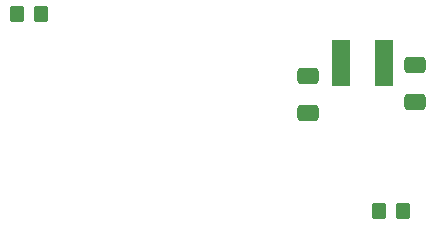
<source format=gbp>
G04 #@! TF.GenerationSoftware,KiCad,Pcbnew,(6.0.6)*
G04 #@! TF.CreationDate,2022-08-27T12:40:56+02:00*
G04 #@! TF.ProjectId,afe-power-supply,6166652d-706f-4776-9572-2d737570706c,rev?*
G04 #@! TF.SameCoordinates,Original*
G04 #@! TF.FileFunction,Paste,Bot*
G04 #@! TF.FilePolarity,Positive*
%FSLAX46Y46*%
G04 Gerber Fmt 4.6, Leading zero omitted, Abs format (unit mm)*
G04 Created by KiCad (PCBNEW (6.0.6)) date 2022-08-27 12:40:56*
%MOMM*%
%LPD*%
G01*
G04 APERTURE LIST*
G04 Aperture macros list*
%AMRoundRect*
0 Rectangle with rounded corners*
0 $1 Rounding radius*
0 $2 $3 $4 $5 $6 $7 $8 $9 X,Y pos of 4 corners*
0 Add a 4 corners polygon primitive as box body*
4,1,4,$2,$3,$4,$5,$6,$7,$8,$9,$2,$3,0*
0 Add four circle primitives for the rounded corners*
1,1,$1+$1,$2,$3*
1,1,$1+$1,$4,$5*
1,1,$1+$1,$6,$7*
1,1,$1+$1,$8,$9*
0 Add four rect primitives between the rounded corners*
20,1,$1+$1,$2,$3,$4,$5,0*
20,1,$1+$1,$4,$5,$6,$7,0*
20,1,$1+$1,$6,$7,$8,$9,0*
20,1,$1+$1,$8,$9,$2,$3,0*%
G04 Aperture macros list end*
%ADD10RoundRect,0.250000X-0.650000X0.412500X-0.650000X-0.412500X0.650000X-0.412500X0.650000X0.412500X0*%
%ADD11RoundRect,0.250000X-0.350000X-0.450000X0.350000X-0.450000X0.350000X0.450000X-0.350000X0.450000X0*%
%ADD12R,1.500000X4.000000*%
G04 APERTURE END LIST*
D10*
X102250000Y-36687500D03*
X102250000Y-39812500D03*
X111300000Y-35737500D03*
X111300000Y-38862500D03*
D11*
X77650000Y-31400000D03*
X79650000Y-31400000D03*
D12*
X105050000Y-35600000D03*
X108650000Y-35600000D03*
D11*
X108250000Y-48150000D03*
X110250000Y-48150000D03*
M02*

</source>
